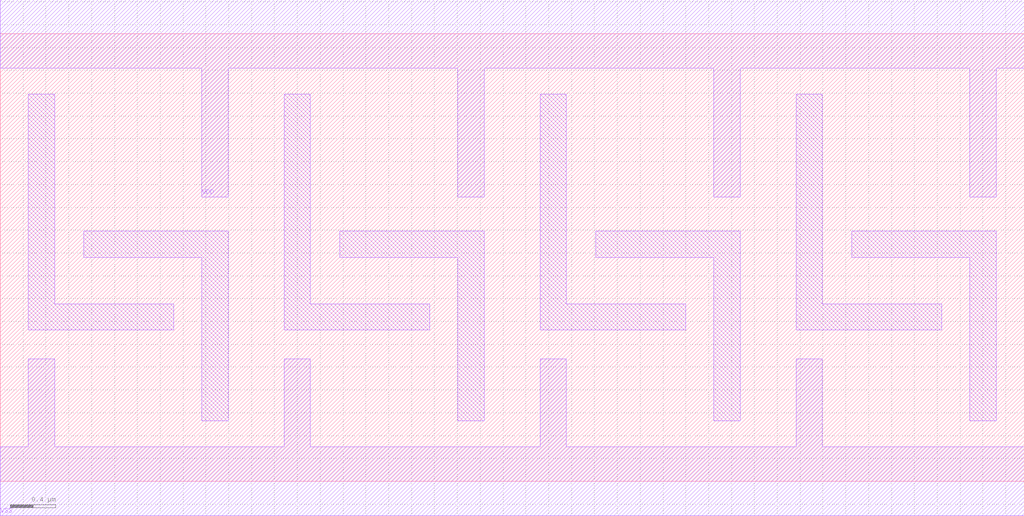
<source format=lef>
# Copyright 2022 GlobalFoundries PDK Authors
#
# Licensed under the Apache License, Version 2.0 (the "License");
# you may not use this file except in compliance with the License.
# You may obtain a copy of the License at
#
#      http://www.apache.org/licenses/LICENSE-2.0
#
# Unless required by applicable law or agreed to in writing, software
# distributed under the License is distributed on an "AS IS" BASIS,
# WITHOUT WARRANTIES OR CONDITIONS OF ANY KIND, either express or implied.
# See the License for the specific language governing permissions and
# limitations under the License.

MACRO gf180mcu_fd_sc_mcu7t5v0__fillcap_16
  CLASS core SPACER ;
  FOREIGN gf180mcu_fd_sc_mcu7t5v0__fillcap_16 0.0 0.0 ;
  ORIGIN 0 0 ;
  SYMMETRY X Y ;
  SITE GF018hv5v_mcu_sc7 ;
  SIZE 8.96 BY 3.92 ;
  PIN VDD
    DIRECTION INOUT ;
    USE power ;
    SHAPE ABUTMENT ;
    PORT
      LAYER METAL1 ;
        POLYGON 0 3.62 1.765 3.62 1.765 2.49 1.995 2.49 1.995 3.62 4.005 3.62 4.005 2.49 4.235 2.49 4.235 3.62 6.245 3.62 6.245 2.49 6.475 2.49 6.475 3.62 8.485 3.62 8.485 2.49 8.715 2.49 8.715 3.62 8.96 3.62 8.96 4.22 8.715 4.22 6.475 4.22 4.235 4.22 1.995 4.22 0 4.22  ;
    END
  END VDD
  PIN VSS
    DIRECTION INOUT ;
    USE ground ;
    SHAPE ABUTMENT ;
    PORT
      LAYER METAL1 ;
        POLYGON 0 -0.3 8.96 -0.3 8.96 0.3 7.195 0.3 7.195 1.07 6.965 1.07 6.965 0.3 4.955 0.3 4.955 1.07 4.725 1.07 4.725 0.3 2.715 0.3 2.715 1.07 2.485 1.07 2.485 0.3 0.475 0.3 0.475 1.07 0.245 1.07 0.245 0.3 0 0.3  ;
    END
  END VSS
  OBS
      LAYER METAL1 ;
        POLYGON 0.245 1.325 1.52 1.325 1.52 1.555 0.475 1.555 0.475 3.39 0.245 3.39  ;
        POLYGON 0.73 1.96 1.765 1.96 1.765 0.53 1.995 0.53 1.995 2.19 0.73 2.19  ;
        POLYGON 2.485 1.325 3.76 1.325 3.76 1.555 2.715 1.555 2.715 3.39 2.485 3.39  ;
        POLYGON 2.97 1.96 4.005 1.96 4.005 0.53 4.235 0.53 4.235 2.19 2.97 2.19  ;
        POLYGON 4.725 1.325 6 1.325 6 1.555 4.955 1.555 4.955 3.39 4.725 3.39  ;
        POLYGON 5.21 1.96 6.245 1.96 6.245 0.53 6.475 0.53 6.475 2.19 5.21 2.19  ;
        POLYGON 6.965 1.325 8.24 1.325 8.24 1.555 7.195 1.555 7.195 3.39 6.965 3.39  ;
        POLYGON 7.45 1.96 8.485 1.96 8.485 0.53 8.715 0.53 8.715 2.19 7.45 2.19  ;
  END
END gf180mcu_fd_sc_mcu7t5v0__fillcap_16

</source>
